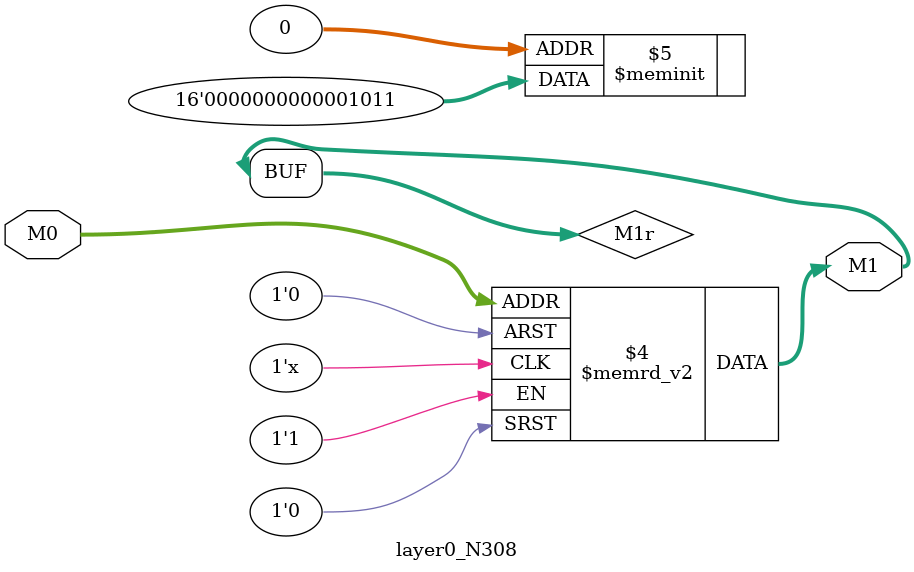
<source format=v>
module layer0_N308 ( input [2:0] M0, output [1:0] M1 );

	(*rom_style = "distributed" *) reg [1:0] M1r;
	assign M1 = M1r;
	always @ (M0) begin
		case (M0)
			3'b000: M1r = 2'b11;
			3'b100: M1r = 2'b00;
			3'b010: M1r = 2'b00;
			3'b110: M1r = 2'b00;
			3'b001: M1r = 2'b10;
			3'b101: M1r = 2'b00;
			3'b011: M1r = 2'b00;
			3'b111: M1r = 2'b00;

		endcase
	end
endmodule

</source>
